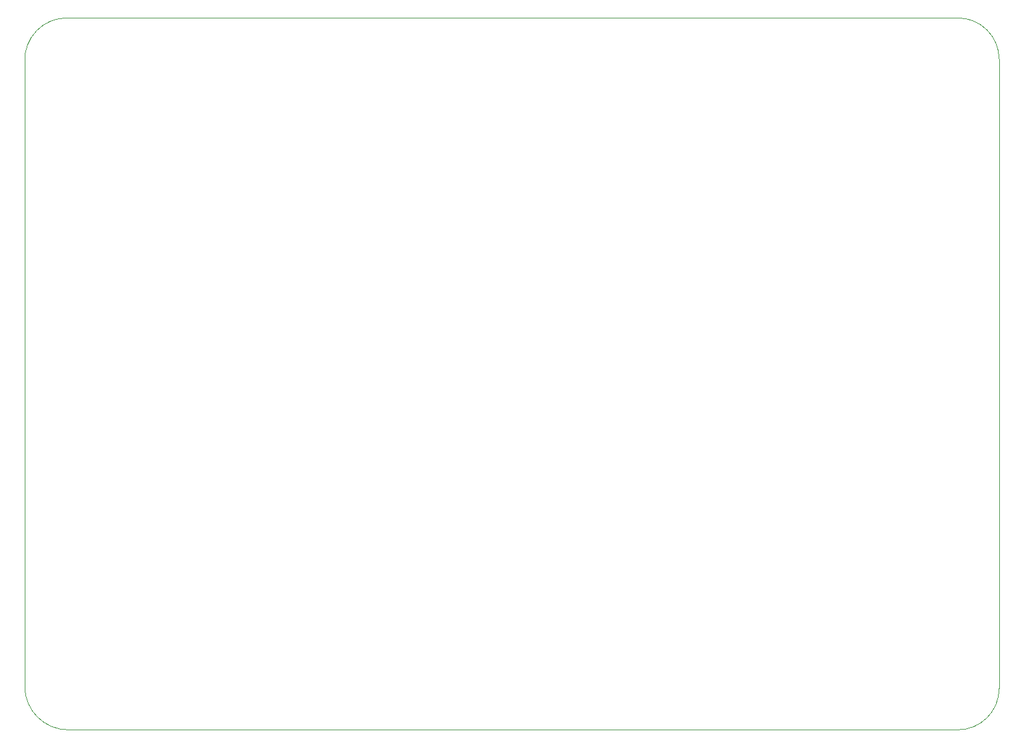
<source format=gbr>
%TF.GenerationSoftware,KiCad,Pcbnew,7.0.10*%
%TF.CreationDate,2024-03-07T22:41:58-05:00*%
%TF.ProjectId,Current,43757272-656e-4742-9e6b-696361645f70,rev?*%
%TF.SameCoordinates,Original*%
%TF.FileFunction,Profile,NP*%
%FSLAX46Y46*%
G04 Gerber Fmt 4.6, Leading zero omitted, Abs format (unit mm)*
G04 Created by KiCad (PCBNEW 7.0.10) date 2024-03-07 22:41:58*
%MOMM*%
%LPD*%
G01*
G04 APERTURE LIST*
%TA.AperFunction,Profile*%
%ADD10C,0.100000*%
%TD*%
G04 APERTURE END LIST*
D10*
X95300001Y-138200000D02*
G75*
G03*
X101100000Y-143999999I5799999J0D01*
G01*
X100900000Y-49000000D02*
X219750000Y-49000000D01*
X95300001Y-138200000D02*
X95300001Y-54775000D01*
X225250000Y-54500000D02*
G75*
G03*
X219750000Y-49000000I-5500000J0D01*
G01*
X219750000Y-144000000D02*
X101100000Y-144000000D01*
X225250000Y-54500000D02*
X225250000Y-138500000D01*
X100900000Y-49000000D02*
G75*
G03*
X95302732Y-54774915I0J-5600000D01*
G01*
X219750000Y-144000000D02*
G75*
G03*
X225250000Y-138500000I0J5500000D01*
G01*
M02*

</source>
